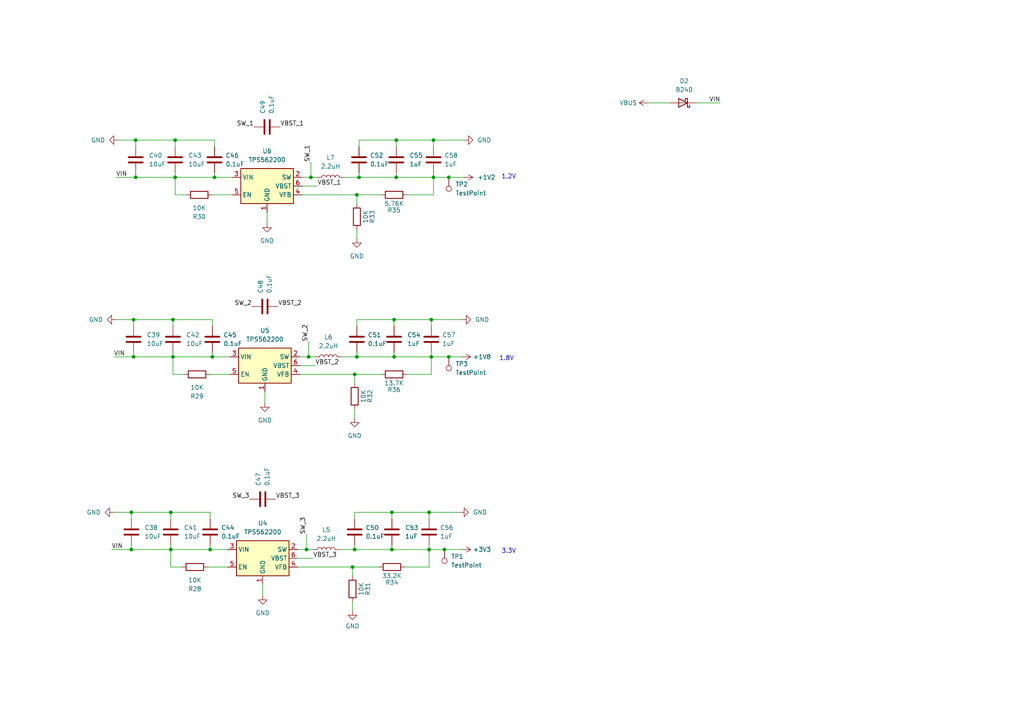
<source format=kicad_sch>
(kicad_sch (version 20231120) (generator "eeschema") (generator_version "8.0")
  (paper "A4")
  (title_block (title "NUC980 Power Supply") (date "2024-05-27") (rev "v1.0.0") (company "None") (comment 1 "Author : Turgay HOPAL"))
  (lib_symbols
    (symbol "Connector:TestPoint" (pin_numbers hide) (pin_names (offset 0.762) hide)
      (property "Reference" "TP" (at 0 6.858 0))
      (property "Value" "TestPoint" (at 0 5.08 0))
      (symbol "TestPoint_0_1"
        (circle (center 0 3.302) (radius 0.762))
      )
      (symbol "TestPoint_1_1"
        (pin passive line (at 0 0 90) (length 2.54) (name "1") (number "1"))
      )
    )
    (symbol "Device:C" (pin_numbers hide) (pin_names (offset 0.254))
      (property "Reference" "C" (at 0.635 2.54 0))
      (property "Value" "C" (at 0.635 -2.54 0))
      (symbol "C_0_1"
        (polyline (pts (xy -2.032 -0.762) (xy 2.032 -0.762)) (stroke (width 0.508)))
        (polyline (pts (xy -2.032 0.762) (xy 2.032 0.762)) (stroke (width 0.508)))
      )
      (symbol "C_1_1"
        (pin passive line (at 0 3.81 270) (length 2.794) (name "~") (number "1"))
        (pin passive line (at 0 -3.81 90) (length 2.794) (name "~") (number "2"))
      )
    )
    (symbol "Device:L" (pin_numbers hide) (pin_names (offset 1.016) hide)
      (property "Reference" "L" (at -1.27 0 90))
      (property "Value" "L" (at 1.905 0 90))
      (symbol "L_0_1"
        (arc (start 0 -2.54) (mid 0.6323 -1.905) (end 0 -1.27))
        (arc (start 0 -1.27) (mid 0.6323 -0.635) (end 0 0))
        (arc (start 0 0) (mid 0.6323 0.635) (end 0 1.27))
        (arc (start 0 1.27) (mid 0.6323 1.905) (end 0 2.54))
      )
      (symbol "L_1_1"
        (pin passive line (at 0 3.81 270) (length 1.27) (name "1") (number "1"))
        (pin passive line (at 0 -3.81 90) (length 1.27) (name "2") (number "2"))
      )
    )
    (symbol "Device:R" (pin_numbers hide) (pin_names (offset 0))
      (property "Reference" "R" (at 2.032 0 90))
      (property "Value" "R" (at 0 0 90))
      (symbol "R_0_1"
        (rectangle (start -1.016 -2.54) (end 1.016 2.54) (stroke (width 0.254)))
      )
      (symbol "R_1_1"
        (pin passive line (at 0 3.81 270) (length 1.27) (name "~") (number "1"))
        (pin passive line (at 0 -3.81 90) (length 1.27) (name "~") (number "2"))
      )
    )
    (symbol "Diode:B240" (pin_numbers hide) (pin_names (offset 1.016) hide)
      (property "Reference" "D" (at 0 2.54 0))
      (property "Value" "B240" (at 0 -2.54 0))
      (symbol "B240_0_1"
        (polyline (pts (xy 1.27 0) (xy -1.27 0)))
        (polyline (pts (xy 1.27 1.27) (xy 1.27 -1.27) (xy -1.27 0) (xy 1.27 1.27)) (stroke (width 0.254)))
        (polyline (pts (xy -1.905 0.635) (xy -1.905 1.27) (xy -1.27 1.27) (xy -1.27 -1.27) (xy -0.635 -1.27) (xy -0.635 -0.635)) (stroke (width 0.254)))
      )
      (symbol "B240_1_1"
        (pin passive line (at -3.81 0 0) (length 2.54) (name "K") (number "1"))
        (pin passive line (at 3.81 0 180) (length 2.54) (name "A") (number "2"))
      )
    )
    (symbol "Regulator_Switching:TPS562200"
      (property "Reference" "U" (at -7.62 6.35 0))
      (property "Value" "TPS562200" (at -2.54 6.35 0))
      (symbol "TPS562200_0_1"
        (rectangle (start -7.62 5.08) (end 7.62 -5.08) (stroke (width 0.254)) (fill (type background)))
      )
      (symbol "TPS562200_1_1"
        (pin power_in line (at 0 -7.62 90) (length 2.54) (name "GND") (number "1"))
        (pin output line (at 10.16 2.54 180) (length 2.54) (name "SW") (number "2"))
        (pin power_in line (at -10.16 2.54 0) (length 2.54) (name "VIN") (number "3"))
        (pin input line (at 10.16 -2.54 180) (length 2.54) (name "VFB") (number "4"))
        (pin input line (at -10.16 -2.54 0) (length 2.54) (name "EN") (number "5"))
        (pin passive line (at 10.16 0 180) (length 2.54) (name "VBST") (number "6"))
      )
    )
    (symbol "power:+1V2" (power) (pin_names (offset 0))
      (property "Value" "+1V2" (at 0 3.556 0))
      (symbol "+1V2_0_1"
        (polyline (pts (xy -0.762 1.27) (xy 0 2.54)))
        (polyline (pts (xy 0 0) (xy 0 2.54)))
        (polyline (pts (xy 0 2.54) (xy 0.762 1.27)))
      )
      (symbol "+1V2_1_1"
        (pin power_in line (at 0 0 90) (length 0) hide (name "+1V2") (number "1"))
      )
    )
    (symbol "power:+1V8" (power) (pin_names (offset 0))
      (property "Value" "+1V8" (at 0 3.556 0))
      (symbol "+1V8_0_1"
        (polyline (pts (xy -0.762 1.27) (xy 0 2.54)))
        (polyline (pts (xy 0 0) (xy 0 2.54)))
        (polyline (pts (xy 0 2.54) (xy 0.762 1.27)))
      )
      (symbol "+1V8_1_1"
        (pin power_in line (at 0 0 90) (length 0) hide (name "+1V8") (number "1"))
      )
    )
    (symbol "power:+3V3" (power) (pin_names (offset 0))
      (property "Value" "+3V3" (at 0 3.556 0))
      (symbol "+3V3_0_1"
        (polyline (pts (xy -0.762 1.27) (xy 0 2.54)))
        (polyline (pts (xy 0 0) (xy 0 2.54)))
        (polyline (pts (xy 0 2.54) (xy 0.762 1.27)))
      )
      (symbol "+3V3_1_1"
        (pin power_in line (at 0 0 90) (length 0) hide (name "+3V3") (number "1"))
      )
    )
    (symbol "power:GND" (power) (pin_names (offset 0))
      (property "Value" "GND" (at 0 -3.81 0))
      (symbol "GND_0_1"
        (polyline (pts (xy 0 0) (xy 0 -1.27) (xy 1.27 -1.27) (xy 0 -2.54) (xy -1.27 -1.27) (xy 0 -1.27)))
      )
      (symbol "GND_1_1"
        (pin power_in line (at 0 0 270) (length 0) hide (name "GND") (number "1"))
      )
    )
    (symbol "power:VBUS" (power) (pin_names (offset 0))
      (property "Value" "VBUS" (at 0 3.81 0))
      (symbol "VBUS_0_1"
        (polyline (pts (xy -0.762 1.27) (xy 0 2.54)))
        (polyline (pts (xy 0 0) (xy 0 2.54)))
        (polyline (pts (xy 0 2.54) (xy 0.762 1.27)))
      )
      (symbol "VBUS_1_1"
        (pin power_in line (at 0 0 90) (length 0) hide (name "VBUS") (number "1"))
      )
    )
  )
  (junction (at 50.165 92.71))
  (junction (at 102.235 164.465))
  (junction (at 103.505 56.515))
  (junction (at 125.095 92.71))
  (junction (at 50.8 40.64))
  (junction (at 114.3 103.505))
  (junction (at 104.14 51.435))
  (junction (at 103.505 103.505))
  (junction (at 38.735 103.505))
  (junction (at 38.1 148.59))
  (junction (at 113.665 148.59))
  (junction (at 62.23 51.435))
  (junction (at 60.96 159.385))
  (junction (at 90.17 51.435))
  (junction (at 38.735 92.71))
  (junction (at 130.175 51.435))
  (junction (at 102.87 108.585))
  (junction (at 50.165 103.505))
  (junction (at 38.1 159.385))
  (junction (at 114.3 92.71))
  (junction (at 128.905 159.385))
  (junction (at 88.9 159.385))
  (junction (at 125.73 40.64))
  (junction (at 89.535 103.505))
  (junction (at 124.46 159.385))
  (junction (at 102.87 159.385))
  (junction (at 125.095 103.505))
  (junction (at 125.73 51.435))
  (junction (at 61.595 103.505))
  (junction (at 39.37 51.435))
  (junction (at 50.8 51.435))
  (junction (at 114.935 40.64))
  (junction (at 113.665 159.385))
  (junction (at 49.53 159.385))
  (junction (at 114.935 51.435))
  (junction (at 49.53 148.59))
  (junction (at 39.37 40.64))
  (junction (at 124.46 148.59))
  (junction (at 130.175 103.505))
  (wire (pts (xy 33.655 51.435) (xy 39.37 51.435)))
  (wire (pts (xy 50.8 51.435) (xy 50.8 56.515)))
  (wire (pts (xy 53.34 108.585) (xy 50.165 108.585)))
  (wire (pts (xy 61.595 56.515) (xy 67.31 56.515)))
  (wire (pts (xy 104.14 51.435) (xy 104.14 50.165)))
  (wire (pts (xy 103.505 94.615) (xy 103.505 92.71)))
  (wire (pts (xy 114.3 103.505) (xy 114.3 102.235)))
  (wire (pts (xy 113.665 159.385) (xy 113.665 158.115)))
  (wire (pts (xy 130.175 103.505) (xy 133.985 103.505)))
  (wire (pts (xy 103.505 56.515) (xy 110.49 56.515)))
  (wire (pts (xy 104.14 42.545) (xy 104.14 40.64)))
  (wire (pts (xy 102.87 150.495) (xy 102.87 148.59)))
  (wire (pts (xy 102.235 177.165) (xy 102.235 174.625)))
  (wire (pts (xy 89.535 99.06) (xy 89.535 103.505)))
  (wire (pts (xy 118.11 56.515) (xy 125.73 56.515)))
  (wire (pts (xy 33.02 103.505) (xy 38.735 103.505)))
  (wire (pts (xy 102.87 159.385) (xy 113.665 159.385)))
  (wire (pts (xy 86.36 161.925) (xy 90.805 161.925)))
  (wire (pts (xy 114.935 40.64) (xy 114.935 42.545)))
  (wire (pts (xy 61.595 103.505) (xy 66.675 103.505)))
  (wire (pts (xy 50.8 40.64) (xy 62.23 40.64)))
  (wire (pts (xy 38.1 148.59) (xy 49.53 148.59)))
  (wire (pts (xy 125.095 103.505) (xy 130.175 103.505)))
  (wire (pts (xy 125.73 50.165) (xy 125.73 51.435)))
  (wire (pts (xy 103.505 92.71) (xy 114.3 92.71)))
  (wire (pts (xy 124.46 159.385) (xy 124.46 164.465)))
  (wire (pts (xy 38.1 159.385) (xy 49.53 159.385)))
  (wire (pts (xy 77.47 64.77) (xy 77.47 61.595)))
  (wire (pts (xy 117.475 164.465) (xy 124.46 164.465)))
  (wire (pts (xy 102.87 159.385) (xy 102.87 158.115)))
  (wire (pts (xy 87.63 51.435) (xy 90.17 51.435)))
  (wire (pts (xy 33.655 92.71) (xy 38.735 92.71)))
  (wire (pts (xy 52.705 164.465) (xy 49.53 164.465)))
  (wire (pts (xy 38.735 92.71) (xy 38.735 94.615)))
  (wire (pts (xy 104.14 51.435) (xy 114.935 51.435)))
  (wire (pts (xy 104.14 40.64) (xy 114.935 40.64)))
  (wire (pts (xy 50.165 103.505) (xy 50.165 108.585)))
  (wire (pts (xy 49.53 148.59) (xy 49.53 150.495)))
  (wire (pts (xy 102.235 164.465) (xy 109.855 164.465)))
  (wire (pts (xy 86.995 103.505) (xy 89.535 103.505)))
  (wire (pts (xy 125.095 103.505) (xy 125.095 108.585)))
  (wire (pts (xy 32.385 159.385) (xy 38.1 159.385)))
  (wire (pts (xy 38.735 103.505) (xy 50.165 103.505)))
  (wire (pts (xy 60.96 159.385) (xy 66.04 159.385)))
  (wire (pts (xy 62.23 50.165) (xy 62.23 51.435)))
  (wire (pts (xy 76.2 172.72) (xy 76.2 169.545)))
  (wire (pts (xy 114.3 103.505) (xy 125.095 103.505)))
  (wire (pts (xy 76.835 116.84) (xy 76.835 113.665)))
  (wire (pts (xy 102.87 108.585) (xy 102.87 111.125)))
  (wire (pts (xy 39.37 51.435) (xy 50.8 51.435)))
  (wire (pts (xy 103.505 103.505) (xy 103.505 102.235)))
  (wire (pts (xy 50.165 103.505) (xy 61.595 103.505)))
  (wire (pts (xy 60.96 158.115) (xy 60.96 159.385)))
  (wire (pts (xy 103.505 103.505) (xy 114.3 103.505)))
  (wire (pts (xy 124.46 158.115) (xy 124.46 159.385)))
  (wire (pts (xy 61.595 102.235) (xy 61.595 103.505)))
  (wire (pts (xy 38.735 103.505) (xy 38.735 102.235)))
  (wire (pts (xy 125.095 92.71) (xy 133.985 92.71)))
  (wire (pts (xy 125.73 51.435) (xy 125.73 56.515)))
  (wire (pts (xy 114.935 40.64) (xy 125.73 40.64)))
  (wire (pts (xy 102.87 121.285) (xy 102.87 118.745)))
  (wire (pts (xy 38.735 92.71) (xy 50.165 92.71)))
  (wire (pts (xy 124.46 159.385) (xy 128.905 159.385)))
  (wire (pts (xy 103.505 56.515) (xy 103.505 59.055)))
  (wire (pts (xy 114.3 92.71) (xy 114.3 94.615)))
  (wire (pts (xy 39.37 40.64) (xy 39.37 42.545)))
  (wire (pts (xy 62.23 40.64) (xy 62.23 42.545)))
  (wire (pts (xy 50.165 92.71) (xy 50.165 94.615)))
  (wire (pts (xy 60.96 108.585) (xy 66.675 108.585)))
  (wire (pts (xy 125.73 40.64) (xy 134.62 40.64)))
  (wire (pts (xy 125.095 92.71) (xy 125.095 94.615)))
  (wire (pts (xy 99.06 103.505) (xy 103.505 103.505)))
  (wire (pts (xy 86.995 108.585) (xy 102.87 108.585)))
  (wire (pts (xy 49.53 148.59) (xy 60.96 148.59)))
  (wire (pts (xy 86.36 164.465) (xy 102.235 164.465)))
  (wire (pts (xy 38.1 159.385) (xy 38.1 158.115)))
  (wire (pts (xy 39.37 51.435) (xy 39.37 50.165)))
  (wire (pts (xy 50.8 40.64) (xy 50.8 42.545)))
  (wire (pts (xy 50.165 102.235) (xy 50.165 103.505)))
  (wire (pts (xy 62.23 51.435) (xy 67.31 51.435)))
  (wire (pts (xy 49.53 159.385) (xy 49.53 164.465)))
  (wire (pts (xy 88.9 159.385) (xy 90.805 159.385)))
  (wire (pts (xy 114.935 51.435) (xy 114.935 50.165)))
  (wire (pts (xy 90.17 51.435) (xy 92.075 51.435)))
  (wire (pts (xy 187.96 29.845) (xy 194.31 29.845)))
  (wire (pts (xy 118.11 108.585) (xy 125.095 108.585)))
  (wire (pts (xy 113.665 148.59) (xy 124.46 148.59)))
  (wire (pts (xy 39.37 40.64) (xy 50.8 40.64)))
  (wire (pts (xy 130.175 51.435) (xy 134.62 51.435)))
  (wire (pts (xy 49.53 158.115) (xy 49.53 159.385)))
  (wire (pts (xy 86.995 106.045) (xy 91.44 106.045)))
  (wire (pts (xy 113.665 148.59) (xy 113.665 150.495)))
  (wire (pts (xy 124.46 148.59) (xy 133.35 148.59)))
  (wire (pts (xy 50.8 50.165) (xy 50.8 51.435)))
  (wire (pts (xy 60.96 148.59) (xy 60.96 150.495)))
  (wire (pts (xy 114.935 51.435) (xy 125.73 51.435)))
  (wire (pts (xy 125.73 40.64) (xy 125.73 42.545)))
  (wire (pts (xy 99.695 51.435) (xy 104.14 51.435)))
  (wire (pts (xy 50.8 51.435) (xy 62.23 51.435)))
  (wire (pts (xy 124.46 148.59) (xy 124.46 150.495)))
  (wire (pts (xy 34.29 40.64) (xy 39.37 40.64)))
  (wire (pts (xy 114.3 92.71) (xy 125.095 92.71)))
  (wire (pts (xy 125.095 102.235) (xy 125.095 103.505)))
  (wire (pts (xy 90.17 46.99) (xy 90.17 51.435)))
  (wire (pts (xy 53.975 56.515) (xy 50.8 56.515)))
  (wire (pts (xy 88.9 154.94) (xy 88.9 159.385)))
  (wire (pts (xy 102.235 164.465) (xy 102.235 167.005)))
  (wire (pts (xy 103.505 69.215) (xy 103.505 66.675)))
  (wire (pts (xy 61.595 92.71) (xy 61.595 94.615)))
  (wire (pts (xy 87.63 56.515) (xy 103.505 56.515)))
  (wire (pts (xy 60.325 164.465) (xy 66.04 164.465)))
  (wire (pts (xy 86.36 159.385) (xy 88.9 159.385)))
  (wire (pts (xy 50.165 92.71) (xy 61.595 92.71)))
  (wire (pts (xy 87.63 53.975) (xy 92.075 53.975)))
  (wire (pts (xy 113.665 159.385) (xy 124.46 159.385)))
  (wire (pts (xy 98.425 159.385) (xy 102.87 159.385)))
  (wire (pts (xy 208.915 29.845) (xy 201.93 29.845)))
  (wire (pts (xy 38.1 148.59) (xy 38.1 150.495)))
  (wire (pts (xy 49.53 159.385) (xy 60.96 159.385)))
  (wire (pts (xy 102.87 108.585) (xy 110.49 108.585)))
  (wire (pts (xy 128.905 159.385) (xy 133.985 159.385)))
  (wire (pts (xy 89.535 103.505) (xy 91.44 103.505)))
  (wire (pts (xy 125.73 51.435) (xy 130.175 51.435)))
  (wire (pts (xy 102.87 148.59) (xy 113.665 148.59)))
  (wire (pts (xy 33.02 148.59) (xy 38.1 148.59)))
  (text "1.2V\n" (at 145.415 52.07 0) (effects (font (size 1.27 1.27)) (justify left bottom)))
  (text "3.3V\n" (at 145.415 160.655 0) (effects (font (size 1.27 1.27)) (justify left bottom)))
  (text "1.8V\n" (at 144.78 104.775 0) (effects (font (size 1.27 1.27)) (justify left bottom)))
  (label "SW_1" (at 73.66 36.83 180))
  (label "SW_3" (at 72.39 144.78 180))
  (label "VBST_1" (at 92.075 53.975 0))
  (label "VIN" (at 32.385 159.385 0))
  (label "VBST_1" (at 81.28 36.83 0))
  (label "VBST_3" (at 90.805 161.925 0))
  (label "SW_1" (at 90.17 46.99 90))
  (label "SW_2" (at 89.535 99.06 90))
  (label "VBST_3" (at 80.01 144.78 0))
  (label "VIN" (at 33.02 103.505 0))
  (label "VIN" (at 208.915 29.845 180))
  (label "VIN" (at 33.655 51.435 0))
  (label "VBST_2" (at 91.44 106.045 0))
  (label "VBST_2" (at 80.645 88.9 0))
  (label "SW_3" (at 88.9 154.94 90))
  (label "SW_2" (at 73.025 88.9 180))
  (symbol (lib_id "Device:L") (at 95.885 51.435 90) (unit 1)
    (property "Reference" "L7" (at 95.885 45.72 90))
    (property "Value" "2.2uH" (at 95.885 48.26 90))
    (property "Footprint" "Inductor_SMD:L_Wuerth_MAPI-3020" (effects (hide yes)))
  )
  (symbol (lib_id "Device:C") (at 114.3 98.425 0) (unit 1)
    (property "Reference" "C54" (at 118.11 97.1549 0) (effects (justify left)))
    (property "Value" "1uF" (at 118.11 99.6949 0) (effects (justify left)))
    (property "Footprint" "Capacitor_SMD:C_0402_1005Metric" (effects (hide yes)))
  )
  (symbol (lib_id "Device:R") (at 103.505 62.865 180) (unit 1)
    (property "Reference" "R33" (at 107.95 62.865 90))
    (property "Value" "10K" (at 106.045 62.865 90))
    (property "Footprint" "Resistor_SMD:R_0402_1005Metric" (effects (hide yes)))
  )
  (symbol (lib_id "Device:C") (at 62.23 46.355 0) (unit 1)
    (property "Reference" "C46" (at 65.405 45.0849 0) (effects (justify left)))
    (property "Value" "0.1uF" (at 65.405 47.6249 0) (effects (justify left)))
    (property "Footprint" "Capacitor_SMD:C_0402_1005Metric" (effects (hide yes)))
  )
  (symbol (lib_id "Device:C") (at 125.095 98.425 0) (unit 1)
    (property "Reference" "C57" (at 128.27 97.1549 0) (effects (justify left)))
    (property "Value" "1uF" (at 128.27 99.6949 0) (effects (justify left)))
    (property "Footprint" "Capacitor_SMD:C_0402_1005Metric" (effects (hide yes)))
  )
  (symbol (lib_id "Connector:TestPoint") (at 130.175 51.435 180) (unit 1)
    (property "Reference" "TP2" (at 132.08 53.4669 0) (effects (justify right)))
    (property "Value" "TestPoint" (at 132.08 56.0069 0) (effects (justify right)))
    (property "Footprint" "TestPoint:TestPoint_Pad_D1.0mm" (effects (hide yes)))
  )
  (symbol (lib_id "power:GND") (at 102.235 177.165 0) (unit 1)
    (property "Reference" "#PWR067" (effects (hide yes)))
    (property "Value" "GND" (at 102.235 181.61 0))
  )
  (symbol (lib_id "Device:C") (at 113.665 154.305 0) (unit 1)
    (property "Reference" "C53" (at 117.475 153.0349 0) (effects (justify left)))
    (property "Value" "1uF" (at 117.475 155.5749 0) (effects (justify left)))
    (property "Footprint" "Capacitor_SMD:C_0402_1005Metric" (effects (hide yes)))
  )
  (symbol (lib_id "Device:C") (at 102.87 154.305 0) (unit 1)
    (property "Reference" "C50" (at 106.045 153.0349 0) (effects (justify left)))
    (property "Value" "0.1uF" (at 106.045 155.5749 0) (effects (justify left)))
    (property "Footprint" "Capacitor_SMD:C_0402_1005Metric" (effects (hide yes)))
  )
  (symbol (lib_id "power:GND") (at 34.29 40.64 270) (unit 1)
    (property "Reference" "#PWR063" (effects (hide yes)))
    (property "Value" "GND" (at 30.48 40.64 90) (effects (justify right)))
  )
  (symbol (lib_id "Device:R") (at 102.87 114.935 180) (unit 1)
    (property "Reference" "R32" (at 107.315 114.935 90))
    (property "Value" "10K" (at 105.41 114.935 90))
    (property "Footprint" "Resistor_SMD:R_0402_1005Metric" (effects (hide yes)))
  )
  (symbol (lib_id "power:GND") (at 133.985 92.71 90) (unit 1)
    (property "Reference" "#PWR071" (effects (hide yes)))
    (property "Value" "GND" (at 137.795 92.71 90) (effects (justify right)))
  )
  (symbol (lib_id "Device:C") (at 114.935 46.355 0) (unit 1)
    (property "Reference" "C55" (at 118.745 45.0849 0) (effects (justify left)))
    (property "Value" "1uF" (at 118.745 47.6249 0) (effects (justify left)))
    (property "Footprint" "Capacitor_SMD:C_0402_1005Metric" (effects (hide yes)))
  )
  (symbol (lib_id "Device:C") (at 61.595 98.425 0) (unit 1)
    (property "Reference" "C45" (at 64.77 97.1549 0) (effects (justify left)))
    (property "Value" "0.1uF" (at 64.77 99.6949 0) (effects (justify left)))
    (property "Footprint" "Capacitor_SMD:C_0402_1005Metric" (effects (hide yes)))
  )
  (symbol (lib_id "Device:L") (at 95.25 103.505 90) (unit 1)
    (property "Reference" "L6" (at 95.25 97.79 90))
    (property "Value" "2.2uH" (at 95.25 100.33 90))
    (property "Footprint" "Inductor_SMD:L_Wuerth_MAPI-3020" (effects (hide yes)))
  )
  (symbol (lib_id "Connector:TestPoint") (at 128.905 159.385 180) (unit 1)
    (property "Reference" "TP1" (at 130.81 161.4169 0) (effects (justify right)))
    (property "Value" "TestPoint" (at 130.81 163.9569 0) (effects (justify right)))
    (property "Footprint" "TestPoint:TestPoint_Pad_D1.0mm" (effects (hide yes)))
  )
  (symbol (lib_id "power:GND") (at 76.835 116.84 0) (unit 1)
    (property "Reference" "#PWR065" (effects (hide yes)))
    (property "Value" "GND" (at 76.835 121.92 0))
  )
  (symbol (lib_id "Device:C") (at 60.96 154.305 0) (unit 1)
    (property "Reference" "C44" (at 64.135 153.0349 0) (effects (justify left)))
    (property "Value" "0.1uF" (at 64.135 155.5749 0) (effects (justify left)))
    (property "Footprint" "Capacitor_SMD:C_0402_1005Metric" (effects (hide yes)))
  )
  (symbol (lib_id "Device:C") (at 38.1 154.305 0) (unit 1)
    (property "Reference" "C38" (at 41.91 153.0349 0) (effects (justify left)))
    (property "Value" "10uF" (at 41.91 155.5749 0) (effects (justify left)))
    (property "Footprint" "Capacitor_SMD:C_0402_1005Metric" (effects (hide yes)))
  )
  (symbol (lib_id "power:VBUS") (at 187.96 29.845 90) (unit 1)
    (property "Reference" "#PWR076" (effects (hide yes)))
    (property "Value" "VBUS" (at 184.785 29.845 90) (effects (justify left)))
  )
  (symbol (lib_id "Device:L") (at 94.615 159.385 90) (unit 1)
    (property "Reference" "L5" (at 94.615 153.67 90))
    (property "Value" "2.2uH" (at 94.615 156.21 90))
    (property "Footprint" "Inductor_SMD:L_Wuerth_MAPI-3020" (effects (hide yes)))
  )
  (symbol (lib_id "power:GND") (at 33.02 148.59 270) (unit 1)
    (property "Reference" "#PWR061" (effects (hide yes)))
    (property "Value" "GND" (at 29.21 148.59 90) (effects (justify right)))
  )
  (symbol (lib_id "power:GND") (at 133.35 148.59 90) (unit 1)
    (property "Reference" "#PWR070" (effects (hide yes)))
    (property "Value" "GND" (at 137.16 148.59 90) (effects (justify right)))
  )
  (symbol (lib_id "Connector:TestPoint") (at 130.175 103.505 180) (unit 1)
    (property "Reference" "TP3" (at 132.08 105.5369 0) (effects (justify right)))
    (property "Value" "TestPoint" (at 132.08 108.0769 0) (effects (justify right)))
    (property "Footprint" "TestPoint:TestPoint_Pad_D1.0mm" (effects (hide yes)))
  )
  (symbol (lib_id "Regulator_Switching:TPS562200") (at 76.2 161.925 0) (unit 1)
    (property "Reference" "U4" (at 76.2 151.765 0))
    (property "Value" "TPS562200" (at 76.2 154.305 0))
    (property "Footprint" "Package_TO_SOT_SMD:SOT-23-6" (effects (hide yes)))
    (property "Datasheet" "http://www.ti.com/lit/ds/symlink/tps563200.pdf" (effects (hide yes)))
  )
  (symbol (lib_id "Device:R") (at 114.3 108.585 90) (unit 1)
    (property "Reference" "R36" (at 114.3 113.03 90))
    (property "Value" "13.7K" (at 114.3 111.125 90))
    (property "Footprint" "Resistor_SMD:R_0402_1005Metric" (effects (hide yes)))
  )
  (symbol (lib_id "Device:C") (at 76.2 144.78 270) (unit 1)
    (property "Reference" "C47" (at 74.9299 140.97 0) (effects (justify right)))
    (property "Value" "0.1uF" (at 77.4699 140.97 0) (effects (justify right)))
    (property "Footprint" "Capacitor_SMD:C_0402_1005Metric" (effects (hide yes)))
  )
  (symbol (lib_id "Device:C") (at 103.505 98.425 0) (unit 1)
    (property "Reference" "C51" (at 106.68 97.1549 0) (effects (justify left)))
    (property "Value" "0.1uF" (at 106.68 99.6949 0) (effects (justify left)))
    (property "Footprint" "Capacitor_SMD:C_0402_1005Metric" (effects (hide yes)))
  )
  (symbol (lib_id "power:GND") (at 76.2 172.72 0) (unit 1)
    (property "Reference" "#PWR064" (effects (hide yes)))
    (property "Value" "GND" (at 76.2 177.8 0))
  )
  (symbol (lib_id "power:GND") (at 134.62 40.64 90) (unit 1)
    (property "Reference" "#PWR074" (effects (hide yes)))
    (property "Value" "GND" (at 138.43 40.64 90) (effects (justify right)))
  )
  (symbol (lib_id "Diode:B240") (at 198.12 29.845 180) (unit 1)
    (property "Reference" "D2" (at 198.4375 23.495 0))
    (property "Value" "B240" (at 198.4375 26.035 0))
    (property "Footprint" "Diode_SMD:D_SOD-123" (effects (hide yes)))
    (property "Datasheet" "http://www.jameco.com/Jameco/Products/ProdDS/1538777.pdf" (effects (hide yes)))
  )
  (symbol (lib_id "Regulator_Switching:TPS562200") (at 76.835 106.045 0) (unit 1)
    (property "Reference" "U5" (at 76.835 95.885 0))
    (property "Value" "TPS562200" (at 76.835 98.425 0))
    (property "Footprint" "Package_TO_SOT_SMD:SOT-23-6" (effects (hide yes)))
    (property "Datasheet" "http://www.ti.com/lit/ds/symlink/tps563200.pdf" (effects (hide yes)))
  )
  (symbol (lib_id "Device:C") (at 77.47 36.83 270) (unit 1)
    (property "Reference" "C49" (at 76.1999 33.02 0) (effects (justify right)))
    (property "Value" "0.1uF" (at 78.7399 33.02 0) (effects (justify right)))
    (property "Footprint" "Capacitor_SMD:C_0402_1005Metric" (effects (hide yes)))
  )
  (symbol (lib_id "Device:C") (at 104.14 46.355 0) (unit 1)
    (property "Reference" "C52" (at 107.315 45.0849 0) (effects (justify left)))
    (property "Value" "0.1uF" (at 107.315 47.6249 0) (effects (justify left)))
    (property "Footprint" "Capacitor_SMD:C_0402_1005Metric" (effects (hide yes)))
  )
  (symbol (lib_id "power:+3V3") (at 133.985 159.385 270) (unit 1)
    (property "Reference" "#PWR073" (effects (hide yes)))
    (property "Value" "+3V3" (at 137.16 159.385 90) (effects (justify left)))
  )
  (symbol (lib_id "power:GND") (at 33.655 92.71 270) (unit 1)
    (property "Reference" "#PWR062" (effects (hide yes)))
    (property "Value" "GND" (at 29.845 92.71 90) (effects (justify right)))
  )
  (symbol (lib_id "Device:R") (at 57.15 108.585 270) (unit 1)
    (property "Reference" "R29" (at 57.15 114.935 90))
    (property "Value" "10K" (at 57.15 112.395 90))
    (property "Footprint" "Resistor_SMD:R_0402_1005Metric" (effects (hide yes)))
  )
  (symbol (lib_id "Regulator_Switching:TPS562200") (at 77.47 53.975 0) (unit 1)
    (property "Reference" "U6" (at 77.47 43.815 0))
    (property "Value" "TPS562200" (at 77.47 46.355 0))
    (property "Footprint" "Package_TO_SOT_SMD:SOT-23-6" (effects (hide yes)))
    (property "Datasheet" "http://www.ti.com/lit/ds/symlink/tps563200.pdf" (effects (hide yes)))
  )
  (symbol (lib_id "Device:C") (at 50.8 46.355 0) (unit 1)
    (property "Reference" "C43" (at 54.61 45.0849 0) (effects (justify left)))
    (property "Value" "10uF" (at 54.61 47.6249 0) (effects (justify left)))
    (property "Footprint" "Capacitor_SMD:C_0402_1005Metric" (effects (hide yes)))
  )
  (symbol (lib_id "power:GND") (at 103.505 69.215 0) (unit 1)
    (property "Reference" "#PWR069" (effects (hide yes)))
    (property "Value" "GND" (at 103.505 74.295 0))
  )
  (symbol (lib_id "Device:R") (at 102.235 170.815 180) (unit 1)
    (property "Reference" "R31" (at 106.68 170.815 90))
    (property "Value" "10K" (at 104.775 170.815 90))
    (property "Footprint" "Resistor_SMD:R_0402_1005Metric" (effects (hide yes)))
  )
  (symbol (lib_id "Device:R") (at 114.3 56.515 90) (unit 1)
    (property "Reference" "R35" (at 114.3 60.96 90))
    (property "Value" "5.76K" (at 114.3 59.055 90))
    (property "Footprint" "Resistor_SMD:R_0402_1005Metric" (effects (hide yes)))
  )
  (symbol (lib_id "Device:C") (at 49.53 154.305 0) (unit 1)
    (property "Reference" "C41" (at 53.34 153.0349 0) (effects (justify left)))
    (property "Value" "10uF" (at 53.34 155.5749 0) (effects (justify left)))
    (property "Footprint" "Capacitor_SMD:C_0402_1005Metric" (effects (hide yes)))
  )
  (symbol (lib_id "power:GND") (at 102.87 121.285 0) (unit 1)
    (property "Reference" "#PWR068" (effects (hide yes)))
    (property "Value" "GND" (at 102.87 126.365 0))
  )
  (symbol (lib_id "power:+1V2") (at 134.62 51.435 270) (unit 1)
    (property "Reference" "#PWR075" (effects (hide yes)))
    (property "Value" "+1V2" (at 138.43 51.435 90) (effects (justify left)))
  )
  (symbol (lib_id "Device:R") (at 56.515 164.465 270) (unit 1)
    (property "Reference" "R28" (at 56.515 170.815 90))
    (property "Value" "10K" (at 56.515 168.275 90))
    (property "Footprint" "Resistor_SMD:R_0402_1005Metric" (effects (hide yes)))
  )
  (symbol (lib_id "Device:R") (at 113.665 164.465 90) (unit 1)
    (property "Reference" "R34" (at 113.665 168.91 90))
    (property "Value" "33.2K" (at 113.665 167.005 90))
    (property "Footprint" "Resistor_SMD:R_0402_1005Metric" (effects (hide yes)))
  )
  (symbol (lib_id "Device:R") (at 57.785 56.515 270) (unit 1)
    (property "Reference" "R30" (at 57.785 62.865 90))
    (property "Value" "10K" (at 57.785 60.325 90))
    (property "Footprint" "Resistor_SMD:R_0402_1005Metric" (effects (hide yes)))
  )
  (symbol (lib_id "power:+1V8") (at 133.985 103.505 270) (unit 1)
    (property "Reference" "#PWR072" (effects (hide yes)))
    (property "Value" "+1V8" (at 137.16 103.505 90) (effects (justify left)))
  )
  (symbol (lib_id "Device:C") (at 50.165 98.425 0) (unit 1)
    (property "Reference" "C42" (at 53.975 97.1549 0) (effects (justify left)))
    (property "Value" "10uF" (at 53.975 99.6949 0) (effects (justify left)))
    (property "Footprint" "Capacitor_SMD:C_0402_1005Metric" (effects (hide yes)))
  )
  (symbol (lib_id "power:GND") (at 77.47 64.77 0) (unit 1)
    (property "Reference" "#PWR066" (effects (hide yes)))
    (property "Value" "GND" (at 77.47 69.85 0))
  )
  (symbol (lib_id "Device:C") (at 39.37 46.355 0) (unit 1)
    (property "Reference" "C40" (at 43.18 45.0849 0) (effects (justify left)))
    (property "Value" "10uF" (at 43.18 47.6249 0) (effects (justify left)))
    (property "Footprint" "Capacitor_SMD:C_0402_1005Metric" (effects (hide yes)))
  )
  (symbol (lib_id "Device:C") (at 38.735 98.425 0) (unit 1)
    (property "Reference" "C39" (at 42.545 97.1549 0) (effects (justify left)))
    (property "Value" "10uF" (at 42.545 99.6949 0) (effects (justify left)))
    (property "Footprint" "Capacitor_SMD:C_0402_1005Metric" (effects (hide yes)))
  )
  (symbol (lib_id "Device:C") (at 124.46 154.305 0) (unit 1)
    (property "Reference" "C56" (at 127.635 153.0349 0) (effects (justify left)))
    (property "Value" "1uF" (at 127.635 155.5749 0) (effects (justify left)))
    (property "Footprint" "Capacitor_SMD:C_0402_1005Metric" (effects (hide yes)))
  )
  (symbol (lib_id "Device:C") (at 76.835 88.9 270) (unit 1)
    (property "Reference" "C48" (at 75.5649 85.09 0) (effects (justify right)))
    (property "Value" "0.1uF" (at 78.1049 85.09 0) (effects (justify right)))
    (property "Footprint" "Capacitor_SMD:C_0402_1005Metric" (effects (hide yes)))
  )
  (symbol (lib_id "Device:C") (at 125.73 46.355 0) (unit 1)
    (property "Reference" "C58" (at 128.905 45.0849 0) (effects (justify left)))
    (property "Value" "1uF" (at 128.905 47.6249 0) (effects (justify left)))
    (property "Footprint" "Capacitor_SMD:C_0402_1005Metric" (effects (hide yes)))
  )
)
</source>
